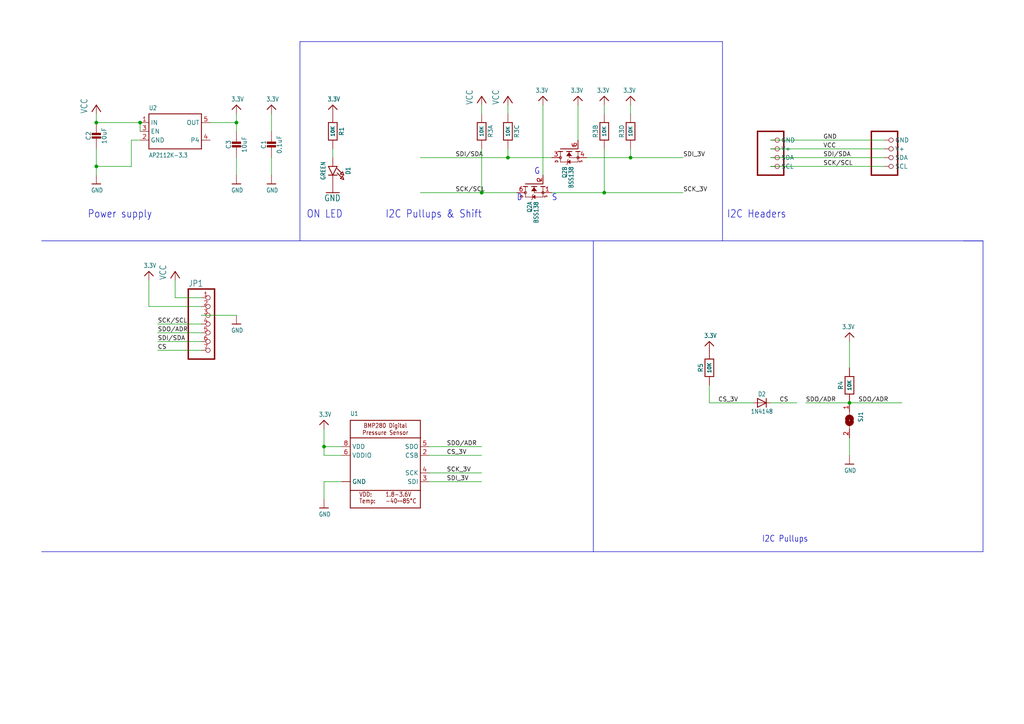
<source format=kicad_sch>
(kicad_sch (version 20231120) (generator "eeschema") (generator_version "8.0")
  (paper "A4")
  (title_block (title "BMP280") (date "SEPTEMBER 2024") (rev "SHEKHAR S"))
  (lib_symbols
    (symbol "Adafruit BMP280 STEMMA QT-eagle-import:3.3V" (power)
      (symbol "3.3V_1_0"
        (polyline (pts (xy -1.27 -1.27) (xy 0 0)) (stroke (width 0.254)))
        (polyline (pts (xy 0 0) (xy 1.27 -1.27)) (stroke (width 0.254)))
        (pin power_in line (at 0 -2.54 90) (length 2.54) (name "3.3V") (number "1"))
      )
    )
    (symbol "Adafruit BMP280 STEMMA QT-eagle-import:BMP280_COMBO"
      (property "Reference" "U" (at -10.16 13.97 0))
      (symbol "BMP280_COMBO_1_0"
        (polyline (pts (xy -10.16 -7.62) (xy -10.16 -12.7)) (stroke (width 0.254)))
        (polyline (pts (xy -10.16 -7.62) (xy -10.16 7.62)) (stroke (width 0.254)))
        (polyline (pts (xy -10.16 7.62) (xy 10.16 7.62)) (stroke (width 0.254)))
        (polyline (pts (xy -10.16 12.7) (xy -10.16 7.62)) (stroke (width 0.254)))
        (polyline (pts (xy -10.16 12.7) (xy 10.16 12.7)) (stroke (width 0.254)))
        (polyline (pts (xy 10.16 -12.7) (xy -10.16 -12.7)) (stroke (width 0.254)))
        (polyline (pts (xy 10.16 -7.62) (xy -10.16 -7.62)) (stroke (width 0.254)))
        (polyline (pts (xy 10.16 -7.62) (xy 10.16 -12.7)) (stroke (width 0.254)))
        (polyline (pts (xy 10.16 7.62) (xy 10.16 -7.62)) (stroke (width 0.254)))
        (polyline (pts (xy 10.16 12.7) (xy 10.16 7.62)) (stroke (width 0.254)))
        (text "-40~~85°C" (at 0 -11.43 0) (effects (font (size 1.27 1.0795)) (justify left bottom)))
        (text "1.8-3.6V" (at 0 -9.525 0) (effects (font (size 1.27 1.0795)) (justify left bottom)))
        (text "BMP280 Digital\nPressure Sensor" (at 0 10.16 0) (effects (font (size 1.27 1.0795))))
        (text "Temp:" (at -7.62 -11.43 0) (effects (font (size 1.27 1.0795)) (justify left bottom)))
        (text "VDD:" (at -7.62 -9.525 0) (effects (font (size 1.27 1.0795)) (justify left bottom)))
        (pin power_in line (at -12.7 -5.08 0) (length 2.54) (name "GND") (number "1"))
        (pin input line (at 12.7 2.54 180) (length 2.54) (name "CSB") (number "2"))
        (pin input line (at 12.7 -5.08 180) (length 2.54) (name "SDI") (number "3"))
        (pin input line (at 12.7 -2.54 180) (length 2.54) (name "SCK") (number "4"))
        (pin output line (at 12.7 5.08 180) (length 2.54) (name "SDO") (number "5"))
        (pin power_in line (at -12.7 2.54 0) (length 2.54) (name "VDDIO") (number "6"))
        (pin power_in line (at -12.7 -5.08 0) (length 2.54) (name "GND") (number "7"))
        (pin power_in line (at -12.7 5.08 0) (length 2.54) (name "VDD") (number "8"))
      )
    )
    (symbol "Adafruit BMP280 STEMMA QT-eagle-import:CAP_CERAMIC0603_NO"
      (property "Reference" "C" (at -2.29 1.25 90))
      (symbol "CAP_CERAMIC0603_NO_1_0"
        (rectangle (start -1.27 0.508) (end 1.27 1.016) (fill (type outline)))
        (rectangle (start -1.27 1.524) (end 1.27 2.032) (fill (type outline)))
        (polyline (pts (xy 0 0.762) (xy 0 0)) (stroke (width 0.1524)))
        (polyline (pts (xy 0 2.54) (xy 0 1.778)) (stroke (width 0.1524)))
        (pin passive line (at 0 5.08 270) (length 2.54) (name "1") (number "1"))
        (pin passive line (at 0 -2.54 90) (length 2.54) (name "2") (number "2"))
      )
    )
    (symbol "Adafruit BMP280 STEMMA QT-eagle-import:CAP_CERAMIC0805-NOOUTLINE"
      (property "Reference" "C" (at -2.29 1.25 90))
      (symbol "CAP_CERAMIC0805-NOOUTLINE_1_0"
        (rectangle (start -1.27 0.508) (end 1.27 1.016) (fill (type outline)))
        (rectangle (start -1.27 1.524) (end 1.27 2.032) (fill (type outline)))
        (polyline (pts (xy 0 0.762) (xy 0 0)) (stroke (width 0.1524)))
        (polyline (pts (xy 0 2.54) (xy 0 1.778)) (stroke (width 0.1524)))
        (pin passive line (at 0 5.08 270) (length 2.54) (name "1") (number "1"))
        (pin passive line (at 0 -2.54 90) (length 2.54) (name "2") (number "2"))
      )
    )
    (symbol "Adafruit BMP280 STEMMA QT-eagle-import:DIODESOD-323"
      (property "Reference" "D" (at 0 2.54 0))
      (symbol "DIODESOD-323_1_0"
        (polyline (pts (xy -1.27 -1.27) (xy 1.27 0)) (stroke (width 0.254)))
        (polyline (pts (xy -1.27 1.27) (xy -1.27 -1.27)) (stroke (width 0.254)))
        (polyline (pts (xy 1.27 0) (xy -1.27 1.27)) (stroke (width 0.254)))
        (polyline (pts (xy 1.27 0) (xy 1.27 -1.27)) (stroke (width 0.254)))
        (polyline (pts (xy 1.27 1.27) (xy 1.27 0)) (stroke (width 0.254)))
        (pin passive line (at -2.54 0 0) (length 2.54) (name "A") (number "A"))
        (pin passive line (at 2.54 0 180) (length 2.54) (name "C") (number "C"))
      )
    )
    (symbol "Adafruit BMP280 STEMMA QT-eagle-import:GND" (power)
      (symbol "GND_1_0"
        (polyline (pts (xy -1.27 0) (xy 1.27 0)) (stroke (width 0.254)))
        (pin power_in line (at 0 2.54 270) (length 2.54) (name "GND") (number "1"))
      )
    )
    (symbol "Adafruit BMP280 STEMMA QT-eagle-import:HEADER-1X770MIL"
      (property "Reference" "JP" (at -6.35 10.795 0))
      (symbol "HEADER-1X770MIL_1_0"
        (polyline (pts (xy -6.35 -10.16) (xy 1.27 -10.16)) (stroke (width 0.4064)))
        (polyline (pts (xy -6.35 10.16) (xy -6.35 -10.16)) (stroke (width 0.4064)))
        (polyline (pts (xy 1.27 -10.16) (xy 1.27 10.16)) (stroke (width 0.4064)))
        (polyline (pts (xy 1.27 10.16) (xy -6.35 10.16)) (stroke (width 0.4064)))
        (pin passive inverted (at -2.54 7.62 0) (length 2.54) (name "1") (number "1"))
        (pin passive inverted (at -2.54 5.08 0) (length 2.54) (name "2") (number "2"))
        (pin passive inverted (at -2.54 2.54 0) (length 2.54) (name "3") (number "3"))
        (pin passive inverted (at -2.54 0 0) (length 2.54) (name "4") (number "4"))
        (pin passive inverted (at -2.54 -2.54 0) (length 2.54) (name "5") (number "5"))
        (pin passive inverted (at -2.54 -5.08 0) (length 2.54) (name "6") (number "6"))
        (pin passive inverted (at -2.54 -7.62 0) (length 2.54) (name "7") (number "7"))
      )
    )
    (symbol "Adafruit BMP280 STEMMA QT-eagle-import:LED0603_NOOUTLINE"
      (property "Reference" "D" (at -1.27 4.445 0))
      (symbol "LED0603_NOOUTLINE_1_0"
        (polyline (pts (xy -2.54 -1.27) (xy 0 0)) (stroke (width 0.254)))
        (polyline (pts (xy -2.54 1.27) (xy -2.54 -1.27)) (stroke (width 0.254)))
        (polyline (pts (xy -1.905 1.27) (xy -0.635 2.54)) (stroke (width 0.254)))
        (polyline (pts (xy -0.9525 2.8575) (xy -0.3175 2.2225)) (stroke (width 0.254)))
        (polyline (pts (xy -0.635 1.27) (xy 0.635 2.54)) (stroke (width 0.254)))
        (polyline (pts (xy -0.3175 2.2225) (xy 0 3.175)) (stroke (width 0.254)))
        (polyline (pts (xy 0 0) (xy -2.54 1.27)) (stroke (width 0.254)))
        (polyline (pts (xy 0 0) (xy 0 -1.27)) (stroke (width 0.254)))
        (polyline (pts (xy 0 1.27) (xy 0 0)) (stroke (width 0.254)))
        (polyline (pts (xy 0 3.175) (xy -0.9525 2.8575)) (stroke (width 0.254)))
        (polyline (pts (xy 0.3175 2.8575) (xy 0.9525 2.2225)) (stroke (width 0.254)))
        (polyline (pts (xy 0.9525 2.2225) (xy 1.27 3.175)) (stroke (width 0.254)))
        (polyline (pts (xy 1.27 3.175) (xy 0.3175 2.8575)) (stroke (width 0.254)))
        (pin passive line (at -5.08 0 0) (length 2.54) (name "A") (number "A"))
        (pin passive line (at 2.54 0 180) (length 2.54) (name "C") (number "C"))
      )
    )
    (symbol "Adafruit BMP280 STEMMA QT-eagle-import:MOSFET-N_DUAL"
      (property "Reference" "Q" (at 5.08 0.635 0))
      (symbol "MOSFET-N_DUAL_1_0"
        (polyline (pts (xy 0 2.54) (xy 0 -2.54)) (stroke (width 0.254)))
        (polyline (pts (xy 0.762 -2.54) (xy 0.762 -3.175)) (stroke (width 0.254)))
        (polyline (pts (xy 0.762 -1.905) (xy 0.762 -2.54)) (stroke (width 0.254)))
        (polyline (pts (xy 0.762 0) (xy 0.762 -0.762)) (stroke (width 0.254)))
        (polyline (pts (xy 0.762 0) (xy 2.54 0)) (stroke (width 0.1524)))
        (polyline (pts (xy 0.762 0.762) (xy 0.762 0)) (stroke (width 0.254)))
        (polyline (pts (xy 0.762 2.54) (xy 0.762 1.905)) (stroke (width 0.254)))
        (polyline (pts (xy 0.762 2.54) (xy 3.81 2.54)) (stroke (width 0.1524)))
        (polyline (pts (xy 0.762 3.175) (xy 0.762 2.54)) (stroke (width 0.254)))
        (polyline (pts (xy 2.54 -2.54) (xy 0.762 -2.54)) (stroke (width 0.1524)))
        (polyline (pts (xy 2.54 -2.54) (xy 3.81 -2.54)) (stroke (width 0.1524)))
        (polyline (pts (xy 2.54 0) (xy 2.54 -2.54)) (stroke (width 0.1524)))
        (polyline (pts (xy 3.302 0.508) (xy 3.048 0.254)) (stroke (width 0.1524)))
        (polyline (pts (xy 3.81 0.508) (xy 3.302 0.508)) (stroke (width 0.1524)))
        (polyline (pts (xy 3.81 0.508) (xy 3.81 -2.54)) (stroke (width 0.1524)))
        (polyline (pts (xy 3.81 2.54) (xy 3.81 0.508)) (stroke (width 0.1524)))
        (polyline (pts (xy 4.318 0.508) (xy 3.81 0.508)) (stroke (width 0.1524)))
        (polyline (pts (xy 4.572 0.762) (xy 4.318 0.508)) (stroke (width 0.1524)))
        (polyline (pts (xy 1.016 0) (xy 2.032 0.762) (xy 2.032 -0.762)) (stroke (width 0.1524)) (fill (type outline)))
        (polyline (pts (xy 3.81 0.508) (xy 3.302 -0.254) (xy 4.318 -0.254)) (stroke (width 0.1524)) (fill (type outline)))
        (circle (center 2.54 -2.54) (radius 0.3592))
        (circle (center 2.54 2.54) (radius 0.3592))
        (text "D" (at 3.175 3.175 0) (effects (font (size 0.8128 0.6908)) (justify left bottom)))
        (text "G" (at -1.27 -1.905 0) (effects (font (size 0.8128 0.6908)) (justify left bottom)))
        (text "S" (at 3.175 -3.81 0) (effects (font (size 0.8128 0.6908)) (justify left bottom)))
        (pin bidirectional line (at 2.54 -5.08 90) (length 2.54) (name "S") (number "1"))
        (pin bidirectional line (at -2.54 -2.54 0) (length 2.54) (name "G") (number "2"))
        (pin bidirectional line (at 2.54 5.08 270) (length 2.54) (name "D") (number "6"))
      )
      (symbol "MOSFET-N_DUAL_2_0"
        (polyline (pts (xy 0 2.54) (xy 0 -2.54)) (stroke (width 0.254)))
        (polyline (pts (xy 0.762 -2.54) (xy 0.762 -3.175)) (stroke (width 0.254)))
        (polyline (pts (xy 0.762 -1.905) (xy 0.762 -2.54)) (stroke (width 0.254)))
        (polyline (pts (xy 0.762 0) (xy 0.762 -0.762)) (stroke (width 0.254)))
        (polyline (pts (xy 0.762 0) (xy 2.54 0)) (stroke (width 0.1524)))
        (polyline (pts (xy 0.762 0.762) (xy 0.762 0)) (stroke (width 0.254)))
        (polyline (pts (xy 0.762 2.54) (xy 0.762 1.905)) (stroke (width 0.254)))
        (polyline (pts (xy 0.762 2.54) (xy 3.81 2.54)) (stroke (width 0.1524)))
        (polyline (pts (xy 0.762 3.175) (xy 0.762 2.54)) (stroke (width 0.254)))
        (polyline (pts (xy 2.54 -2.54) (xy 0.762 -2.54)) (stroke (width 0.1524)))
        (polyline (pts (xy 2.54 -2.54) (xy 3.81 -2.54)) (stroke (width 0.1524)))
        (polyline (pts (xy 2.54 0) (xy 2.54 -2.54)) (stroke (width 0.1524)))
        (polyline (pts (xy 3.302 0.508) (xy 3.048 0.254)) (stroke (width 0.1524)))
        (polyline (pts (xy 3.81 0.508) (xy 3.302 0.508)) (stroke (width 0.1524)))
        (polyline (pts (xy 3.81 0.508) (xy 3.81 -2.54)) (stroke (width 0.1524)))
        (polyline (pts (xy 3.81 2.54) (xy 3.81 0.508)) (stroke (width 0.1524)))
        (polyline (pts (xy 4.318 0.508) (xy 3.81 0.508)) (stroke (width 0.1524)))
        (polyline (pts (xy 4.572 0.762) (xy 4.318 0.508)) (stroke (width 0.1524)))
        (polyline (pts (xy 1.016 0) (xy 2.032 0.762) (xy 2.032 -0.762)) (stroke (width 0.1524)) (fill (type outline)))
        (polyline (pts (xy 3.81 0.508) (xy 3.302 -0.254) (xy 4.318 -0.254)) (stroke (width 0.1524)) (fill (type outline)))
        (circle (center 2.54 -2.54) (radius 0.3592))
        (circle (center 2.54 2.54) (radius 0.3592))
        (text "D" (at 3.175 3.175 0) (effects (font (size 0.8128 0.6908)) (justify left bottom)))
        (text "G" (at -1.27 -1.905 0) (effects (font (size 0.8128 0.6908)) (justify left bottom)))
        (text "S" (at 3.175 -3.81 0) (effects (font (size 0.8128 0.6908)) (justify left bottom)))
        (pin bidirectional line (at 2.54 5.08 270) (length 2.54) (name "D") (number "3"))
        (pin bidirectional line (at 2.54 -5.08 90) (length 2.54) (name "S") (number "4"))
        (pin bidirectional line (at -2.54 -2.54 0) (length 2.54) (name "G") (number "5"))
      )
    )
    (symbol "Adafruit BMP280 STEMMA QT-eagle-import:RESISTOR_0603_NOOUT"
      (property "Reference" "R" (at 0 2.54 0))
      (symbol "RESISTOR_0603_NOOUT_1_0"
        (polyline (pts (xy -2.54 -1.27) (xy -2.54 1.27)) (stroke (width 0.254)))
        (polyline (pts (xy -2.54 1.27) (xy 2.54 1.27)) (stroke (width 0.254)))
        (polyline (pts (xy 2.54 -1.27) (xy -2.54 -1.27)) (stroke (width 0.254)))
        (polyline (pts (xy 2.54 1.27) (xy 2.54 -1.27)) (stroke (width 0.254)))
        (pin passive line (at -5.08 0 0) (length 2.54) (name "1") (number "1"))
        (pin passive line (at 5.08 0 180) (length 2.54) (name "2") (number "2"))
      )
    )
    (symbol "Adafruit BMP280 STEMMA QT-eagle-import:RESISTOR_4PACK"
      (property "Reference" "R" (at 0 2.54 0))
      (symbol "RESISTOR_4PACK_1_0"
        (polyline (pts (xy -2.54 -1.27) (xy -2.54 1.27)) (stroke (width 0.254)))
        (polyline (pts (xy -2.54 1.27) (xy 2.54 1.27)) (stroke (width 0.254)))
        (polyline (pts (xy 2.54 -1.27) (xy -2.54 -1.27)) (stroke (width 0.254)))
        (polyline (pts (xy 2.54 1.27) (xy 2.54 -1.27)) (stroke (width 0.254)))
        (pin passive line (at -5.08 0 0) (length 2.54) (name "1") (number "1"))
        (pin passive line (at 5.08 0 180) (length 2.54) (name "2") (number "8"))
      )
      (symbol "RESISTOR_4PACK_2_0"
        (polyline (pts (xy -2.54 -1.27) (xy -2.54 1.27)) (stroke (width 0.254)))
        (polyline (pts (xy -2.54 1.27) (xy 2.54 1.27)) (stroke (width 0.254)))
        (polyline (pts (xy 2.54 -1.27) (xy -2.54 -1.27)) (stroke (width 0.254)))
        (polyline (pts (xy 2.54 1.27) (xy 2.54 -1.27)) (stroke (width 0.254)))
        (pin passive line (at -5.08 0 0) (length 2.54) (name "1") (number "2"))
        (pin passive line (at 5.08 0 180) (length 2.54) (name "2") (number "7"))
      )
      (symbol "RESISTOR_4PACK_3_0"
        (polyline (pts (xy -2.54 -1.27) (xy -2.54 1.27)) (stroke (width 0.254)))
        (polyline (pts (xy -2.54 1.27) (xy 2.54 1.27)) (stroke (width 0.254)))
        (polyline (pts (xy 2.54 -1.27) (xy -2.54 -1.27)) (stroke (width 0.254)))
        (polyline (pts (xy 2.54 1.27) (xy 2.54 -1.27)) (stroke (width 0.254)))
        (pin passive line (at -5.08 0 0) (length 2.54) (name "1") (number "3"))
        (pin passive line (at 5.08 0 180) (length 2.54) (name "2") (number "6"))
      )
      (symbol "RESISTOR_4PACK_4_0"
        (polyline (pts (xy -2.54 -1.27) (xy -2.54 1.27)) (stroke (width 0.254)))
        (polyline (pts (xy -2.54 1.27) (xy 2.54 1.27)) (stroke (width 0.254)))
        (polyline (pts (xy 2.54 -1.27) (xy -2.54 -1.27)) (stroke (width 0.254)))
        (polyline (pts (xy 2.54 1.27) (xy 2.54 -1.27)) (stroke (width 0.254)))
        (pin passive line (at -5.08 0 0) (length 2.54) (name "1") (number "4"))
        (pin passive line (at 5.08 0 180) (length 2.54) (name "2") (number "5"))
      )
    )
    (symbol "Adafruit BMP280 STEMMA QT-eagle-import:SOLDERJUMPER"
      (property "Reference" "SJ" (at -2.54 2.54 0))
      (symbol "SOLDERJUMPER_1_0"
        (arc (start -0.3808 0.635) (mid -1.0159 0.0001) (end -0.381 -0.635) (stroke (width 1.27)))
        (polyline (pts (xy -2.54 0) (xy -1.651 0)) (stroke (width 0.1524)))
        (polyline (pts (xy 2.54 0) (xy 1.651 0)) (stroke (width 0.1524)))
        (arc (start 0.3808 -0.635) (mid 1.0159 -0.0001) (end 0.381 0.635) (stroke (width 1.27)))
        (pin passive line (at -5.08 0 0) (length 2.54) (name "1") (number "1"))
        (pin passive line (at 5.08 0 180) (length 2.54) (name "2") (number "2"))
      )
    )
    (symbol "Adafruit BMP280 STEMMA QT-eagle-import:STEMMA_I2C_QT"
      (symbol "STEMMA_I2C_QT_1_0"
        (polyline (pts (xy -3.81 -5.08) (xy 3.81 -5.08)) (stroke (width 0.4064)))
        (polyline (pts (xy -3.81 7.62) (xy -3.81 -5.08)) (stroke (width 0.4064)))
        (polyline (pts (xy 3.81 -5.08) (xy 3.81 7.62)) (stroke (width 0.4064)))
        (polyline (pts (xy 3.81 7.62) (xy -3.81 7.62)) (stroke (width 0.4064)))
        (pin passive inverted (at 0 5.08 0) (length 2.54) (name "GND") (number "1"))
        (pin passive inverted (at 0 2.54 0) (length 2.54) (name "V+") (number "2"))
        (pin passive inverted (at 0 0 0) (length 2.54) (name "SDA") (number "3"))
        (pin passive inverted (at 0 -2.54 0) (length 2.54) (name "SCL") (number "4"))
      )
      (symbol "STEMMA_I2C_QT_2_0"
        (pin bidirectional line (at 0 0 0) (length 5.08) (name "MT") (number "MT1"))
      )
      (symbol "STEMMA_I2C_QT_3_0"
        (pin bidirectional line (at 0 0 0) (length 5.08) (name "MT") (number "MT2"))
      )
    )
    (symbol "Adafruit BMP280 STEMMA QT-eagle-import:VCC" (power)
      (symbol "VCC_1_0"
        (polyline (pts (xy 0 0) (xy -1.27 -1.905)) (stroke (width 0.254)))
        (polyline (pts (xy 1.27 -1.905) (xy 0 0)) (stroke (width 0.254)))
        (pin power_in line (at 0 -2.54 90) (length 2.54) (name "VCC") (number "1"))
      )
    )
    (symbol "Adafruit BMP280 STEMMA QT-eagle-import:VREG_SOT23-5"
      (property "Reference" "U" (at -7.62 6.096 0))
      (symbol "VREG_SOT23-5_1_0"
        (polyline (pts (xy -7.62 -5.08) (xy -7.62 5.08)) (stroke (width 0.254)))
        (polyline (pts (xy -7.62 5.08) (xy 7.62 5.08)) (stroke (width 0.254)))
        (polyline (pts (xy 7.62 -5.08) (xy -7.62 -5.08)) (stroke (width 0.254)))
        (polyline (pts (xy 7.62 5.08) (xy 7.62 -5.08)) (stroke (width 0.254)))
        (pin power_in line (at -10.16 2.54 0) (length 2.54) (name "IN") (number "1"))
        (pin power_in line (at -10.16 -2.54 0) (length 2.54) (name "GND") (number "2"))
        (pin input line (at -10.16 0 0) (length 2.54) (name "EN") (number "3"))
        (pin bidirectional line (at 10.16 -2.54 180) (length 2.54) (name "P4") (number "4"))
        (pin power_in line (at 10.16 2.54 180) (length 2.54) (name "OUT") (number "5"))
      )
    )
    (symbol "Adafruit BMP280 STEMMA QT-eagle-import:supply1_GND" (power)
      (symbol "supply1_GND_1_0"
        (polyline (pts (xy -1.905 0) (xy 1.905 0)) (stroke (width 0.254)))
        (pin power_in line (at 0 2.54 270) (length 2.54) (name "GND") (number "1"))
      )
    )
  )
  (junction (at 68.58 35.56))
  (junction (at 175.26 55.88))
  (junction (at 27.94 35.56))
  (junction (at 40.64 35.56))
  (junction (at 182.88 45.72))
  (junction (at 139.7 55.88))
  (junction (at 93.98 129.54))
  (junction (at 246.38 116.84))
  (junction (at 147.32 45.72))
  (junction (at 27.94 48.26))
  (wire (pts (xy 38.1 48.26) (xy 27.94 48.26)) (stroke (width 0.1524)))
  (wire (pts (xy 223.52 116.84) (xy 231.14 116.84)) (stroke (width 0.1524)))
  (wire (pts (xy 27.94 33.02) (xy 27.94 35.56)) (stroke (width 0.1524)))
  (wire (pts (xy 246.38 116.84) (xy 233.68 116.84)) (stroke (width 0.1524)))
  (wire (pts (xy 160.02 45.72) (xy 147.32 45.72)) (stroke (width 0.1524)))
  (wire (pts (xy 139.7 129.54) (xy 124.46 129.54)) (stroke (width 0.1524)))
  (polyline (pts (xy 86.995 12.065) (xy 86.995 69.85)))
  (wire (pts (xy 58.42 88.9) (xy 43.18 88.9)) (stroke (width 0.1524)))
  (wire (pts (xy 40.64 38.1) (xy 40.64 35.56)) (stroke (width 0.1524)))
  (wire (pts (xy 246.38 132.08) (xy 246.38 127)) (stroke (width 0.1524)))
  (wire (pts (xy 78.74 33.02) (xy 78.74 38.1)) (stroke (width 0.1524)))
  (wire (pts (xy 50.8 86.36) (xy 50.8 81.28)) (stroke (width 0.1524)))
  (wire (pts (xy 205.74 116.84) (xy 205.74 111.76)) (stroke (width 0.1524)))
  (wire (pts (xy 175.26 55.88) (xy 198.12 55.88)) (stroke (width 0.1524)))
  (wire (pts (xy 124.46 139.7) (xy 139.7 139.7)) (stroke (width 0.1524)))
  (wire (pts (xy 38.1 40.64) (xy 38.1 48.26)) (stroke (width 0.1524)))
  (wire (pts (xy 139.7 30.48) (xy 139.7 33.02)) (stroke (width 0.1524)))
  (wire (pts (xy 147.32 45.72) (xy 121.92 45.72)) (stroke (width 0.1524)))
  (wire (pts (xy 99.06 129.54) (xy 93.98 129.54)) (stroke (width 0.1524)))
  (wire (pts (xy 182.88 33.02) (xy 182.88 30.48)) (stroke (width 0.1524)))
  (wire (pts (xy 78.74 45.72) (xy 78.74 50.8)) (stroke (width 0.1524)))
  (wire (pts (xy 175.26 33.02) (xy 175.26 30.48)) (stroke (width 0.1524)))
  (polyline (pts (xy 285.115 69.85) (xy 279.4 69.85)))
  (polyline (pts (xy 172.085 160.02) (xy 285.115 160.02)))
  (polyline (pts (xy 12.065 69.85) (xy 285.115 69.85)))
  (polyline (pts (xy 12.065 160.02) (xy 172.085 160.02)))
  (wire (pts (xy 147.32 33.02) (xy 147.32 30.48)) (stroke (width 0.1524)))
  (wire (pts (xy 223.52 43.18) (xy 256.54 43.18)) (stroke (width 0.1524)))
  (polyline (pts (xy 209.55 69.85) (xy 209.55 12.065)))
  (wire (pts (xy 139.7 55.88) (xy 121.92 55.88)) (stroke (width 0.1524)))
  (wire (pts (xy 175.26 43.18) (xy 175.26 55.88)) (stroke (width 0.1524)))
  (wire (pts (xy 43.18 88.9) (xy 43.18 81.28)) (stroke (width 0.1524)))
  (wire (pts (xy 93.98 139.7) (xy 93.98 144.78)) (stroke (width 0.1524)))
  (wire (pts (xy 58.42 99.06) (xy 45.72 99.06)) (stroke (width 0.1524)))
  (wire (pts (xy 170.18 45.72) (xy 182.88 45.72)) (stroke (width 0.1524)))
  (polyline (pts (xy 363.22 162.56) (xy 363.22 160.02)) (stroke (width 0.1524) (type solid)))
  (wire (pts (xy 223.52 48.26) (xy 256.54 48.26)) (stroke (width 0.1524)))
  (wire (pts (xy 147.32 43.18) (xy 147.32 45.72)) (stroke (width 0.1524)))
  (wire (pts (xy 256.54 45.72) (xy 223.52 45.72)) (stroke (width 0.1524)))
  (wire (pts (xy 124.46 132.08) (xy 139.7 132.08)) (stroke (width 0.1524)))
  (wire (pts (xy 40.64 35.56) (xy 27.94 35.56)) (stroke (width 0.1524)))
  (polyline (pts (xy 172.085 69.85) (xy 172.085 160.02)))
  (wire (pts (xy 149.86 55.88) (xy 139.7 55.88)) (stroke (width 0.1524)))
  (wire (pts (xy 68.58 35.56) (xy 68.58 33.02)) (stroke (width 0.1524)))
  (wire (pts (xy 27.94 48.26) (xy 27.94 50.8)) (stroke (width 0.1524)))
  (wire (pts (xy 58.42 93.98) (xy 45.72 93.98)) (stroke (width 0.1524)))
  (wire (pts (xy 139.7 137.16) (xy 124.46 137.16)) (stroke (width 0.1524)))
  (wire (pts (xy 58.42 101.6) (xy 45.72 101.6)) (stroke (width 0.1524)))
  (wire (pts (xy 58.42 91.44) (xy 68.58 91.44)) (stroke (width 0.1524)))
  (wire (pts (xy 60.96 35.56) (xy 68.58 35.56)) (stroke (width 0.1524)))
  (wire (pts (xy 93.98 129.54) (xy 93.98 124.46)) (stroke (width 0.1524)))
  (wire (pts (xy 256.54 40.64) (xy 223.52 40.64)) (stroke (width 0.1524)))
  (wire (pts (xy 58.42 86.36) (xy 50.8 86.36)) (stroke (width 0.1524)))
  (wire (pts (xy 93.98 132.08) (xy 93.98 129.54)) (stroke (width 0.1524)))
  (wire (pts (xy 99.06 132.08) (xy 93.98 132.08)) (stroke (width 0.1524)))
  (wire (pts (xy 167.64 40.64) (xy 167.64 30.48)) (stroke (width 0.1524)))
  (wire (pts (xy 218.44 116.84) (xy 205.74 116.84)) (stroke (width 0.1524)))
  (wire (pts (xy 27.94 48.26) (xy 27.94 43.18)) (stroke (width 0.1524)))
  (wire (pts (xy 68.58 35.56) (xy 68.58 38.1)) (stroke (width 0.1524)))
  (wire (pts (xy 246.38 106.68) (xy 246.38 99.06)) (stroke (width 0.1524)))
  (wire (pts (xy 160.02 55.88) (xy 175.26 55.88)) (stroke (width 0.1524)))
  (wire (pts (xy 139.7 43.18) (xy 139.7 55.88)) (stroke (width 0.1524)))
  (wire (pts (xy 182.88 43.18) (xy 182.88 45.72)) (stroke (width 0.1524)))
  (wire (pts (xy 58.42 96.52) (xy 45.72 96.52)) (stroke (width 0.1524)))
  (polyline (pts (xy 285.115 160.02) (xy 285.115 69.85)))
  (polyline (pts (xy 209.55 12.065) (xy 86.995 12.065)))
  (wire (pts (xy 182.88 45.72) (xy 198.12 45.72)) (stroke (width 0.1524)))
  (wire (pts (xy 157.48 50.8) (xy 157.48 30.48)) (stroke (width 0.1524)))
  (wire (pts (xy 68.58 45.72) (xy 68.58 50.8)) (stroke (width 0.1524)))
  (wire (pts (xy 99.06 139.7) (xy 93.98 139.7)) (stroke (width 0.1524)))
  (wire (pts (xy 246.38 116.84) (xy 261.62 116.84)) (stroke (width 0.1524)))
  (wire (pts (xy 40.64 40.64) (xy 38.1 40.64)) (stroke (width 0.1524)))
  (wire (pts (xy 96.52 45.72) (xy 96.52 43.18)) (stroke (width 0.1524)))
  (text "ON LED" (at 88.9 63.5 0) (effects (font (size 2.1844 1.8567)) (justify left bottom)))
  (text "D" (at 149.86 58.42 0) (effects (font (size 1.778 1.5113)) (justify left bottom)))
  (text "I2C Headers" (at 210.82 63.5 0) (effects (font (size 2.1844 1.8567)) (justify left bottom)))
  (text "I2C Pullups & Shift" (at 111.76 63.5 0) (effects (font (size 2.1844 1.8567)) (justify left bottom)))
  (text "S" (at 160.02 58.42 0) (effects (font (size 1.778 1.5113)) (justify left bottom)))
  (text "G" (at 154.94 50.8 0) (effects (font (size 1.778 1.5113)) (justify left bottom)))
  (text "Power supply" (at 25.4 63.5 0) (effects (font (size 2.1844 1.8567)) (justify left bottom)))
  (text "I2C Pullups" (at 220.98 157.48 0) (effects (font (size 1.778 1.5113)) (justify left bottom)))
  (label "SDI_3V" (at 198.12 45.72 0) (effects (font (size 1.2446 1.2446))))
  (label "SDI/SDA" (at 238.76 45.72 0) (effects (font (size 1.2446 1.2446))))
  (label "CS" (at 45.72 101.6 0) (effects (font (size 1.2446 1.2446))))
  (label "SDO/ADR" (at 248.92 116.84 0) (effects (font (size 1.2446 1.2446))))
  (label "CS_3V" (at 208.28 116.84 0) (effects (font (size 1.2446 1.2446))))
  (label "VCC" (at 238.76 43.18 0) (effects (font (size 1.2446 1.2446))))
  (label "SCK/SCL" (at 45.72 93.98 0) (effects (font (size 1.2446 1.2446))))
  (label "SCK_3V" (at 129.54 137.16 0) (effects (font (size 1.2446 1.2446))))
  (label "SCK/SCL" (at 238.76 48.26 0) (effects (font (size 1.2446 1.2446))))
  (label "CS_3V" (at 129.54 132.08 0) (effects (font (size 1.2446 1.2446))))
  (label "SDO/ADR" (at 233.68 116.84 0) (effects (font (size 1.2446 1.2446))))
  (label "SCK_3V" (at 198.12 55.88 0) (effects (font (size 1.2446 1.2446))))
  (label "SDI/SDA" (at 132.08 45.72 0) (effects (font (size 1.2446 1.2446))))
  (label "SDO/ADR" (at 129.54 129.54 0) (effects (font (size 1.2446 1.2446))))
  (label "CS" (at 226.06 116.84 0) (effects (font (size 1.2446 1.2446))))
  (label "SDO/ADR" (at 45.72 96.52 0) (effects (font (size 1.2446 1.2446))))
  (label "SDI_3V" (at 129.54 139.7 0) (effects (font (size 1.2446 1.2446))))
  (label "SCK/SCL" (at 132.08 55.88 0) (effects (font (size 1.2446 1.2446))))
  (label "GND" (at 238.76 40.64 0) (effects (font (size 1.2446 1.2446))))
  (label "SDI/SDA" (at 45.72 99.06 0) (effects (font (size 1.2446 1.2446))))
  (symbol (lib_id "Adafruit BMP280 STEMMA QT-eagle-import:GND") (at 68.58 53.34 0) (unit 1)
    (property "Reference" "#U$05" (effects (hide yes)))
    (property "Value" "GND" (at 67.056 55.88 0) (effects (font (size 1.27 1.0795)) (justify left bottom)))
  )
  (symbol (lib_id "Adafruit BMP280 STEMMA QT-eagle-import:RESISTOR_0603_NOOUT") (at 96.52 38.1 270) (unit 1)
    (property "Reference" "R1" (at 99.06 38.1 0))
    (property "Value" "10K" (at 96.52 38.1 0) (effects (font (size 1.016 1.016) (bold yes))))
    (property "Footprint" "Adafruit BMP280 STEMMA QT:0603-NO" (effects (hide yes)))
  )
  (symbol (lib_id "Adafruit BMP280 STEMMA QT-eagle-import:3.3V") (at 246.38 96.52 0) (mirror y) (unit 1)
    (property "Reference" "#U$08" (effects (hide yes)))
    (property "Value" "3.3V" (at 247.904 95.504 0) (effects (font (size 1.27 1.0795)) (justify left bottom)))
  )
  (symbol (lib_id "Adafruit BMP280 STEMMA QT-eagle-import:GND") (at 93.98 147.32 0) (unit 1)
    (property "Reference" "#U$019" (effects (hide yes)))
    (property "Value" "GND" (at 92.456 149.86 0) (effects (font (size 1.27 1.0795)) (justify left bottom)))
  )
  (symbol (lib_id "Adafruit BMP280 STEMMA QT-eagle-import:STEMMA_I2C_QT") (at 256.54 45.72 0) (unit 1)
    (property "Reference" "CONN4" (effects (hide yes)))
    (property "Value" "STEMMA_I2C_QT" (effects (hide yes)))
    (property "Footprint" "Adafruit BMP280 STEMMA QT:JST_SH4" (effects (hide yes)))
  )
  (symbol (lib_id "Adafruit BMP280 STEMMA QT-eagle-import:RESISTOR_0603_NOOUT") (at 205.74 106.68 90) (unit 1)
    (property "Reference" "R5" (at 203.2 106.68 0))
    (property "Value" "10K" (at 205.74 106.68 0) (effects (font (size 1.016 1.016) (bold yes))))
    (property "Footprint" "Adafruit BMP280 STEMMA QT:0603-NO" (effects (hide yes)))
  )
  (symbol (lib_id "Adafruit BMP280 STEMMA QT-eagle-import:3.3V") (at 96.52 30.48 0) (unit 1)
    (property "Reference" "#U$03" (effects (hide yes)))
    (property "Value" "3.3V" (at 94.996 29.464 0) (effects (font (size 1.27 1.0795)) (justify left bottom)))
  )
  (symbol (lib_id "Adafruit BMP280 STEMMA QT-eagle-import:GND") (at 27.94 53.34 0) (unit 1)
    (property "Reference" "#U$013" (effects (hide yes)))
    (property "Value" "GND" (at 26.416 55.88 0) (effects (font (size 1.27 1.0795)) (justify left bottom)))
  )
  (symbol (lib_id "Adafruit BMP280 STEMMA QT-eagle-import:3.3V") (at 182.88 27.94 0) (mirror y) (unit 1)
    (property "Reference" "#U$07" (effects (hide yes)))
    (property "Value" "3.3V" (at 184.404 26.924 0) (effects (font (size 1.27 1.0795)) (justify left bottom)))
  )
  (symbol (lib_id "Adafruit BMP280 STEMMA QT-eagle-import:GND") (at 246.38 134.62 0) (unit 1)
    (property "Reference" "#U$09" (effects (hide yes)))
    (property "Value" "GND" (at 244.856 137.16 0) (effects (font (size 1.27 1.0795)) (justify left bottom)))
  )
  (symbol (lib_id "Adafruit BMP280 STEMMA QT-eagle-import:DIODESOD-323") (at 220.98 116.84 0) (unit 1)
    (property "Reference" "D2" (at 220.98 114.3 0) (effects (font (size 1.27 1.0795))))
    (property "Value" "1N4148" (at 220.98 119.34 0) (effects (font (size 1.27 1.0795))))
    (property "Footprint" "Adafruit BMP280 STEMMA QT:SOD-323" (effects (hide yes)))
  )
  (symbol (lib_id "Adafruit BMP280 STEMMA QT-eagle-import:3.3V") (at 93.98 121.92 0) (unit 1)
    (property "Reference" "#U$012" (effects (hide yes)))
    (property "Value" "3.3V" (at 92.456 120.904 0) (effects (font (size 1.27 1.0795)) (justify left bottom)))
  )
  (symbol (lib_id "Adafruit BMP280 STEMMA QT-eagle-import:SOLDERJUMPER") (at 246.38 121.92 270) (unit 1)
    (property "Reference" "SJ1" (at 248.92 119.38 0) (effects (font (size 1.27 1.0795)) (justify left bottom)))
    (property "Value" "SOLDERJUMPER" (effects (hide yes)))
    (property "Footprint" "Adafruit BMP280 STEMMA QT:SOLDERJUMPER_ARROW_NOPASTE" (effects (hide yes)))
  )
  (symbol (lib_id "Adafruit BMP280 STEMMA QT-eagle-import:3.3V") (at 157.48 27.94 0) (mirror y) (unit 1)
    (property "Reference" "#U$026" (effects (hide yes)))
    (property "Value" "3.3V" (at 159.004 26.924 0) (effects (font (size 1.27 1.0795)) (justify left bottom)))
  )
  (symbol (lib_id "Adafruit BMP280 STEMMA QT-eagle-import:CAP_CERAMIC0805-NOOUTLINE") (at 27.94 40.64 0) (unit 1)
    (property "Reference" "C2" (at 25.65 39.39 90))
    (property "Value" "10uF" (at 30.24 39.39 90))
    (property "Footprint" "Adafruit BMP280 STEMMA QT:0805-NO" (effects (hide yes)))
  )
  (symbol (lib_id "Adafruit BMP280 STEMMA QT-eagle-import:3.3V") (at 167.64 27.94 0) (mirror y) (unit 1)
    (property "Reference" "#U$023" (effects (hide yes)))
    (property "Value" "3.3V" (at 169.164 26.924 0) (effects (font (size 1.27 1.0795)) (justify left bottom)))
  )
  (symbol (lib_id "Adafruit BMP280 STEMMA QT-eagle-import:RESISTOR_4PACK") (at 182.88 38.1 90) (mirror x) (unit 4)
    (property "Reference" "R3" (at 180.34 38.1 0))
    (property "Value" "10K" (at 182.88 38.1 0) (effects (font (size 1.016 1.016) (bold yes))))
    (property "Footprint" "Adafruit BMP280 STEMMA QT:RESPACK_4X0603" (effects (hide yes)))
  )
  (symbol (lib_id "Adafruit BMP280 STEMMA QT-eagle-import:RESISTOR_0603_NOOUT") (at 246.38 111.76 90) (unit 1)
    (property "Reference" "R4" (at 243.84 111.76 0))
    (property "Value" "10K" (at 246.38 111.76 0) (effects (font (size 1.016 1.016) (bold yes))))
    (property "Footprint" "Adafruit BMP280 STEMMA QT:0603-NO" (effects (hide yes)))
  )
  (symbol (lib_id "Adafruit BMP280 STEMMA QT-eagle-import:3.3V") (at 68.58 30.48 0) (unit 1)
    (property "Reference" "#U$015" (effects (hide yes)))
    (property "Value" "3.3V" (at 67.056 29.464 0) (effects (font (size 1.27 1.0795)) (justify left bottom)))
  )
  (symbol (lib_id "Adafruit BMP280 STEMMA QT-eagle-import:3.3V") (at 78.74 30.48 0) (unit 1)
    (property "Reference" "#U$014" (effects (hide yes)))
    (property "Value" "3.3V" (at 77.216 29.464 0) (effects (font (size 1.27 1.0795)) (justify left bottom)))
  )
  (symbol (lib_id "Adafruit BMP280 STEMMA QT-eagle-import:GND") (at 78.74 53.34 0) (unit 1)
    (property "Reference" "#U$06" (effects (hide yes)))
    (property "Value" "GND" (at 77.216 55.88 0) (effects (font (size 1.27 1.0795)) (justify left bottom)))
  )
  (symbol (lib_id "Adafruit BMP280 STEMMA QT-eagle-import:MOSFET-N_DUAL") (at 154.94 53.34 90) (mirror x) (unit 1)
    (property "Reference" "Q2" (at 154.305 58.42 0) (effects (font (size 1.27 1.0795)) (justify left bottom)))
    (property "Value" "BSS138" (at 156.21 58.42 0) (effects (font (size 1.27 1.0795)) (justify left bottom)))
    (property "Footprint" "Adafruit BMP280 STEMMA QT:SOT363" (effects (hide yes)))
  )
  (symbol (lib_id "Adafruit BMP280 STEMMA QT-eagle-import:supply1_GND") (at 96.52 55.88 0) (unit 1)
    (property "Reference" "#GND06" (effects (hide yes)))
    (property "Value" "GND" (at 93.98 58.42 0) (effects (font (size 1.778 1.5113)) (justify left bottom)))
  )
  (symbol (lib_id "Adafruit BMP280 STEMMA QT-eagle-import:VCC") (at 50.8 78.74 0) (unit 1)
    (property "Reference" "#P+04" (effects (hide yes)))
    (property "Value" "VCC" (at 48.26 81.28 90) (effects (font (size 1.778 1.5113)) (justify left bottom)))
  )
  (symbol (lib_id "Adafruit BMP280 STEMMA QT-eagle-import:3.3V") (at 175.26 27.94 0) (mirror y) (unit 1)
    (property "Reference" "#U$024" (effects (hide yes)))
    (property "Value" "3.3V" (at 176.784 26.924 0) (effects (font (size 1.27 1.0795)) (justify left bottom)))
  )
  (symbol (lib_id "Adafruit BMP280 STEMMA QT-eagle-import:BMP280_COMBO") (at 111.76 134.62 0) (unit 1)
    (property "Reference" "U1" (at 101.6 120.65 0) (effects (font (size 1.27 1.0795)) (justify left bottom)))
    (property "Value" "BMP280_COMBO" (effects (hide yes)))
    (property "Footprint" "Adafruit BMP280 STEMMA QT:BMX280_COMBO" (effects (hide yes)))
  )
  (symbol (lib_id "Adafruit BMP280 STEMMA QT-eagle-import:3.3V") (at 43.18 78.74 0) (unit 1)
    (property "Reference" "#U$016" (effects (hide yes)))
    (property "Value" "3.3V" (at 41.656 77.724 0) (effects (font (size 1.27 1.0795)) (justify left bottom)))
  )
  (symbol (lib_id "Adafruit BMP280 STEMMA QT-eagle-import:GND") (at 68.58 93.98 0) (unit 1)
    (property "Reference" "#U$010" (effects (hide yes)))
    (property "Value" "GND" (at 67.056 96.52 0) (effects (font (size 1.27 1.0795)) (justify left bottom)))
  )
  (symbol (lib_id "Adafruit BMP280 STEMMA QT-eagle-import:CAP_CERAMIC0603_NO") (at 78.74 43.18 0) (unit 1)
    (property "Reference" "C1" (at 76.45 41.93 90))
    (property "Value" "0.1uF" (at 81.04 41.93 90))
    (property "Footprint" "Adafruit BMP280 STEMMA QT:0603-NO" (effects (hide yes)))
  )
  (symbol (lib_id "Adafruit BMP280 STEMMA QT-eagle-import:RESISTOR_4PACK") (at 139.7 38.1 270) (unit 1)
    (property "Reference" "R3" (at 142.24 38.1 0))
    (property "Value" "10K" (at 139.7 38.1 0) (effects (font (size 1.016 1.016) (bold yes))))
    (property "Footprint" "Adafruit BMP280 STEMMA QT:RESPACK_4X0603" (effects (hide yes)))
  )
  (symbol (lib_id "Adafruit BMP280 STEMMA QT-eagle-import:VCC") (at 139.7 27.94 0) (unit 1)
    (property "Reference" "#P+01" (effects (hide yes)))
    (property "Value" "VCC" (at 137.16 30.48 90) (effects (font (size 1.778 1.5113)) (justify left bottom)))
  )
  (symbol (lib_id "Adafruit BMP280 STEMMA QT-eagle-import:LED0603_NOOUTLINE") (at 96.52 50.8 270) (unit 1)
    (property "Reference" "D1" (at 100.965 49.53 0) (effects (font (size 1.27 1.0795))))
    (property "Value" "GREEN" (at 93.726 49.53 0) (effects (font (size 1.27 1.0795))))
    (property "Footprint" "Adafruit BMP280 STEMMA QT:CHIPLED_0603_NOOUTLINE" (effects (hide yes)))
  )
  (symbol (lib_id "Adafruit BMP280 STEMMA QT-eagle-import:VREG_SOT23-5") (at 50.8 38.1 0) (unit 1)
    (property "Reference" "U2" (at 43.18 32.004 0) (effects (font (size 1.27 1.0795)) (justify left bottom)))
    (property "Value" "AP2112K-3.3" (at 43.18 45.72 0) (effects (font (size 1.27 1.0795)) (justify left bottom)))
    (property "Footprint" "Adafruit BMP280 STEMMA QT:SOT23-5" (effects (hide yes)))
  )
  (symbol (lib_id "Adafruit BMP280 STEMMA QT-eagle-import:CAP_CERAMIC0805-NOOUTLINE") (at 68.58 43.18 0) (unit 1)
    (property "Reference" "C3" (at 66.29 41.93 90))
    (property "Value" "10uF" (at 70.88 41.93 90))
    (property "Footprint" "Adafruit BMP280 STEMMA QT:0805-NO" (effects (hide yes)))
  )
  (symbol (lib_id "Adafruit BMP280 STEMMA QT-eagle-import:HEADER-1X770MIL") (at 60.96 93.98 0) (unit 1)
    (property "Reference" "JP1" (at 54.61 83.185 0) (effects (font (size 1.778 1.5113)) (justify left bottom)))
    (property "Value" "HEADER-1X770MIL" (effects (hide yes)))
    (property "Footprint" "Adafruit BMP280 STEMMA QT:1X07_ROUND_70" (effects (hide yes)))
  )
  (symbol (lib_id "Adafruit BMP280 STEMMA QT-eagle-import:3.3V") (at 205.74 99.06 0) (unit 1)
    (property "Reference" "#U$042" (effects (hide yes)))
    (property "Value" "3.3V" (at 204.216 98.044 0) (effects (font (size 1.27 1.0795)) (justify left bottom)))
  )
  (symbol (lib_id "Adafruit BMP280 STEMMA QT-eagle-import:VCC") (at 27.94 30.48 0) (unit 1)
    (property "Reference" "#P+03" (effects (hide yes)))
    (property "Value" "VCC" (at 25.4 33.02 90) (effects (font (size 1.778 1.5113)) (justify left bottom)))
  )
  (symbol (lib_id "Adafruit BMP280 STEMMA QT-eagle-import:RESISTOR_4PACK") (at 147.32 38.1 270) (unit 3)
    (property "Reference" "R3" (at 149.86 38.1 0))
    (property "Value" "10K" (at 147.32 38.1 0) (effects (font (size 1.016 1.016) (bold yes))))
    (property "Footprint" "Adafruit BMP280 STEMMA QT:RESPACK_4X0603" (effects (hide yes)))
  )
  (symbol (lib_id "Adafruit BMP280 STEMMA QT-eagle-import:MOSFET-N_DUAL") (at 165.1 43.18 90) (mirror x) (unit 2)
    (property "Reference" "Q2" (at 164.465 48.26 0) (effects (font (size 1.27 1.0795)) (justify left bottom)))
    (property "Value" "BSS138" (at 166.37 48.26 0) (effects (font (size 1.27 1.0795)) (justify left bottom)))
    (property "Footprint" "Adafruit BMP280 STEMMA QT:SOT363" (effects (hide yes)))
  )
  (symbol (lib_id "Adafruit BMP280 STEMMA QT-eagle-import:VCC") (at 147.32 27.94 0) (unit 1)
    (property "Reference" "#P+02" (effects (hide yes)))
    (property "Value" "VCC" (at 144.78 30.48 90) (effects (font (size 1.778 1.5113)) (justify left bottom)))
  )
  (symbol (lib_id "Adafruit BMP280 STEMMA QT-eagle-import:RESISTOR_4PACK") (at 175.26 38.1 90) (mirror x) (unit 2)
    (property "Reference" "R3" (at 172.72 38.1 0))
    (property "Value" "10K" (at 175.26 38.1 0) (effects (font (size 1.016 1.016) (bold yes))))
    (property "Footprint" "Adafruit BMP280 STEMMA QT:RESPACK_4X0603" (effects (hide yes)))
  )
  (symbol (lib_id "Adafruit BMP280 STEMMA QT-eagle-import:STEMMA_I2C_QT") (at 223.52 45.72 0) (unit 1)
    (property "Reference" "CONN3" (effects (hide yes)))
    (property "Value" "STEMMA_I2C_QT" (effects (hide yes)))
    (property "Footprint" "Adafruit BMP280 STEMMA QT:JST_SH4" (effects (hide yes)))
  )
)
</source>
